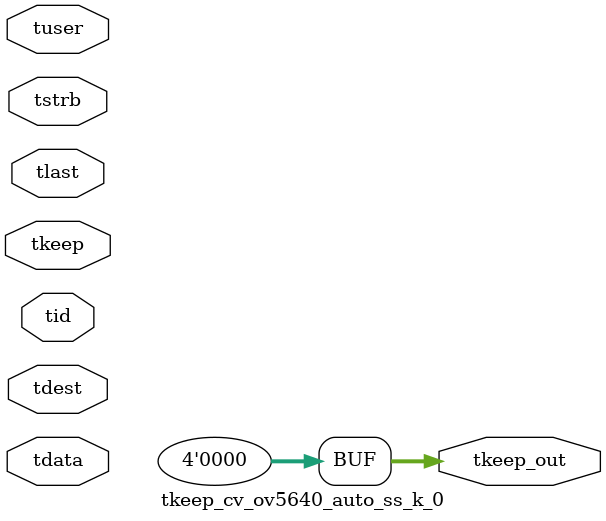
<source format=v>


`timescale 1ps/1ps

module tkeep_cv_ov5640_auto_ss_k_0 #
(
parameter C_S_AXIS_TDATA_WIDTH = 32,
parameter C_S_AXIS_TUSER_WIDTH = 0,
parameter C_S_AXIS_TID_WIDTH   = 0,
parameter C_S_AXIS_TDEST_WIDTH = 0,
parameter C_M_AXIS_TDATA_WIDTH = 32
)
(
input  [(C_S_AXIS_TDATA_WIDTH == 0 ? 1 : C_S_AXIS_TDATA_WIDTH)-1:0     ] tdata,
input  [(C_S_AXIS_TUSER_WIDTH == 0 ? 1 : C_S_AXIS_TUSER_WIDTH)-1:0     ] tuser,
input  [(C_S_AXIS_TID_WIDTH   == 0 ? 1 : C_S_AXIS_TID_WIDTH)-1:0       ] tid,
input  [(C_S_AXIS_TDEST_WIDTH == 0 ? 1 : C_S_AXIS_TDEST_WIDTH)-1:0     ] tdest,
input  [(C_S_AXIS_TDATA_WIDTH/8)-1:0 ] tkeep,
input  [(C_S_AXIS_TDATA_WIDTH/8)-1:0 ] tstrb,
input                                                                    tlast,
output [(C_M_AXIS_TDATA_WIDTH/8)-1:0 ] tkeep_out
);

assign tkeep_out = {1'b0};

endmodule


</source>
